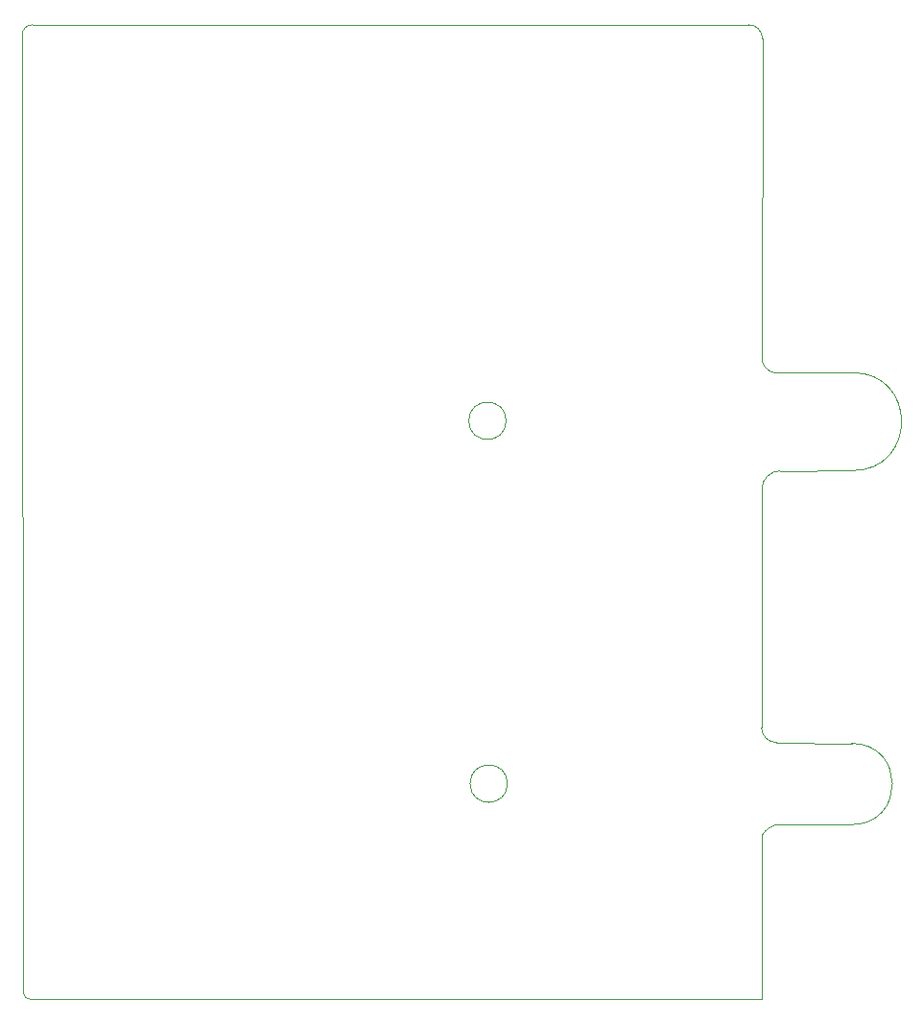
<source format=gbr>
%TF.GenerationSoftware,KiCad,Pcbnew,5.1.10-1.fc34*%
%TF.CreationDate,2021-07-27T15:58:01+02:00*%
%TF.ProjectId,SpotAI,53706f74-4149-42e6-9b69-6361645f7063,rev?*%
%TF.SameCoordinates,Original*%
%TF.FileFunction,Profile,NP*%
%FSLAX46Y46*%
G04 Gerber Fmt 4.6, Leading zero omitted, Abs format (unit mm)*
G04 Created by KiCad (PCBNEW 5.1.10-1.fc34) date 2021-07-27 15:58:01*
%MOMM*%
%LPD*%
G01*
G04 APERTURE LIST*
%TA.AperFunction,Profile*%
%ADD10C,0.050000*%
%TD*%
G04 APERTURE END LIST*
D10*
X73910000Y-43500000D02*
X137110000Y-43500000D01*
X138330000Y-44720000D02*
X138300001Y-72870001D01*
X139900000Y-82860000D02*
X146290000Y-82830000D01*
X146220001Y-106899987D02*
X139579924Y-106829998D01*
X139970000Y-114040000D02*
X146229999Y-114059999D01*
X138320000Y-129470000D02*
X138269817Y-115079668D01*
X138291520Y-84400066D02*
X138250001Y-105499999D01*
X146290000Y-74190000D02*
X139428635Y-74200843D01*
X139428635Y-74200843D02*
G75*
G02*
X138300001Y-72870001I161365J1280843D01*
G01*
X138291520Y-84400066D02*
G75*
G02*
X139900000Y-82860000I1608480J-69934D01*
G01*
X139579924Y-106829998D02*
G75*
G02*
X138250001Y-105499999I10076J1339998D01*
G01*
X138269817Y-115079668D02*
G75*
G02*
X139970000Y-114040000I1700183J-870332D01*
G01*
X73700000Y-129480000D02*
X138320000Y-129470000D01*
X73110000Y-128890000D02*
X73020000Y-44390000D01*
X146290000Y-74190000D02*
G75*
G02*
X146290000Y-82830000I0J-4320000D01*
G01*
X146220001Y-106899987D02*
G75*
G02*
X146229999Y-114059999I-1J-3580013D01*
G01*
X137110000Y-43500000D02*
G75*
G02*
X138330000Y-44720000I0J-1220000D01*
G01*
X73020000Y-44390000D02*
G75*
G02*
X73910000Y-43500000I890000J0D01*
G01*
X73700000Y-129480000D02*
G75*
G02*
X73110000Y-128890000I0J590000D01*
G01*
X115830000Y-110450000D02*
G75*
G03*
X115830000Y-110450000I-1650000J0D01*
G01*
X115719848Y-78440000D02*
G75*
G03*
X115719848Y-78440000I-1649848J0D01*
G01*
M02*

</source>
